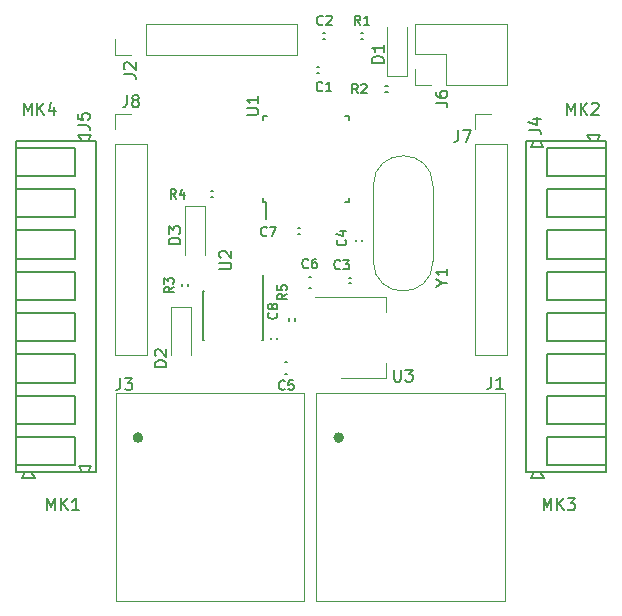
<source format=gto>
G04 #@! TF.GenerationSoftware,KiCad,Pcbnew,5.1.4*
G04 #@! TF.CreationDate,2020-01-09T00:48:13+01:00*
G04 #@! TF.ProjectId,sejf,73656a66-2e6b-4696-9361-645f70636258,rev?*
G04 #@! TF.SameCoordinates,Original*
G04 #@! TF.FileFunction,Legend,Top*
G04 #@! TF.FilePolarity,Positive*
%FSLAX46Y46*%
G04 Gerber Fmt 4.6, Leading zero omitted, Abs format (unit mm)*
G04 Created by KiCad (PCBNEW 5.1.4) date 2020-01-09 00:48:13*
%MOMM*%
%LPD*%
G04 APERTURE LIST*
%ADD10C,0.120000*%
%ADD11C,0.150000*%
%ADD12C,0.500000*%
G04 APERTURE END LIST*
D10*
X123830000Y-74250000D02*
X123830000Y-72920000D01*
X125160000Y-74250000D02*
X123830000Y-74250000D01*
X123830000Y-71650000D02*
X123830000Y-69050000D01*
X126430000Y-71650000D02*
X123830000Y-71650000D01*
X126430000Y-74250000D02*
X126430000Y-71650000D01*
X123830000Y-69050000D02*
X131570000Y-69050000D01*
X126430000Y-74250000D02*
X131570000Y-74250000D01*
X131570000Y-74250000D02*
X131570000Y-69050000D01*
D11*
X116054000Y-70346000D02*
X116196000Y-70346000D01*
X116196000Y-70346000D02*
X116054000Y-70346000D01*
X116054000Y-69854000D02*
X116196000Y-69854000D01*
X116196000Y-69854000D02*
X116054000Y-69854000D01*
X140000000Y-104050000D02*
X135000000Y-104050000D01*
X135000000Y-106450000D02*
X140000000Y-106450000D01*
X135000000Y-104050000D02*
X135000000Y-106450000D01*
X135000000Y-102950000D02*
X140000000Y-102950000D01*
X140000000Y-100550000D02*
X135000000Y-100550000D01*
X135000000Y-100550000D02*
X135000000Y-102950000D01*
X135000000Y-97050000D02*
X135000000Y-99450000D01*
X135000000Y-99450000D02*
X140000000Y-99450000D01*
X140000000Y-97050000D02*
X135000000Y-97050000D01*
X140000000Y-93550000D02*
X135000000Y-93550000D01*
X135000000Y-93550000D02*
X135000000Y-95950000D01*
X135000000Y-95950000D02*
X140000000Y-95950000D01*
X140000000Y-90050000D02*
X135000000Y-90050000D01*
X135000000Y-92450000D02*
X140000000Y-92450000D01*
X135000000Y-90050000D02*
X135000000Y-92450000D01*
X140000000Y-86550000D02*
X135000000Y-86550000D01*
X135000000Y-86550000D02*
X135000000Y-88950000D01*
X135000000Y-88950000D02*
X140000000Y-88950000D01*
X135000000Y-85450000D02*
X140000000Y-85450000D01*
X135000000Y-83050000D02*
X135000000Y-85450000D01*
X140000000Y-83050000D02*
X135000000Y-83050000D01*
X135000000Y-81950000D02*
X140000000Y-81950000D01*
X135000000Y-79550000D02*
X135000000Y-81950000D01*
X140000000Y-79550000D02*
X135000000Y-79550000D01*
X133600000Y-107500000D02*
X133900000Y-107000000D01*
X134700000Y-107500000D02*
X133600000Y-107500000D01*
X134400000Y-107000000D02*
X134700000Y-107500000D01*
X133600000Y-79500000D02*
X133900000Y-79000000D01*
X134650000Y-79500000D02*
X133600000Y-79500000D01*
X134400000Y-79000000D02*
X134650000Y-79500000D01*
X138400000Y-78500000D02*
X138700000Y-79000000D01*
X139500000Y-78500000D02*
X138400000Y-78500000D01*
X139200000Y-79000000D02*
X139500000Y-78500000D01*
X140000000Y-107000000D02*
X140000000Y-79000000D01*
X133200000Y-107000000D02*
X140000000Y-107000000D01*
X133200000Y-79000000D02*
X133200000Y-107000000D01*
X140000000Y-79000000D02*
X133200000Y-79000000D01*
X90000000Y-107000000D02*
X96800000Y-107000000D01*
X96800000Y-107000000D02*
X96800000Y-79000000D01*
X96800000Y-79000000D02*
X90000000Y-79000000D01*
X90000000Y-79000000D02*
X90000000Y-107000000D01*
X90800000Y-107000000D02*
X90500000Y-107500000D01*
X90500000Y-107500000D02*
X91600000Y-107500000D01*
X91600000Y-107500000D02*
X91300000Y-107000000D01*
X95600000Y-107000000D02*
X95350000Y-106500000D01*
X95350000Y-106500000D02*
X96400000Y-106500000D01*
X96400000Y-106500000D02*
X96100000Y-107000000D01*
X95600000Y-79000000D02*
X95300000Y-78500000D01*
X95300000Y-78500000D02*
X96400000Y-78500000D01*
X96400000Y-78500000D02*
X96100000Y-79000000D01*
X90000000Y-106450000D02*
X95000000Y-106450000D01*
X95000000Y-106450000D02*
X95000000Y-104050000D01*
X95000000Y-104050000D02*
X90000000Y-104050000D01*
X90000000Y-102950000D02*
X95000000Y-102950000D01*
X95000000Y-102950000D02*
X95000000Y-100550000D01*
X95000000Y-100550000D02*
X90000000Y-100550000D01*
X95000000Y-97050000D02*
X90000000Y-97050000D01*
X95000000Y-99450000D02*
X95000000Y-97050000D01*
X90000000Y-99450000D02*
X95000000Y-99450000D01*
X95000000Y-95950000D02*
X95000000Y-93550000D01*
X95000000Y-93550000D02*
X90000000Y-93550000D01*
X90000000Y-95950000D02*
X95000000Y-95950000D01*
X95000000Y-90050000D02*
X90000000Y-90050000D01*
X95000000Y-92450000D02*
X95000000Y-90050000D01*
X90000000Y-92450000D02*
X95000000Y-92450000D01*
X90000000Y-88950000D02*
X95000000Y-88950000D01*
X95000000Y-86550000D02*
X90000000Y-86550000D01*
X95000000Y-88950000D02*
X95000000Y-86550000D01*
X95000000Y-85450000D02*
X95000000Y-83050000D01*
X90000000Y-85450000D02*
X95000000Y-85450000D01*
X95000000Y-83050000D02*
X90000000Y-83050000D01*
X95000000Y-81950000D02*
X95000000Y-79550000D01*
X95000000Y-79550000D02*
X90000000Y-79550000D01*
X90000000Y-81950000D02*
X95000000Y-81950000D01*
D10*
X113790000Y-71710000D02*
X113790000Y-69050000D01*
X101030000Y-71710000D02*
X113790000Y-71710000D01*
X101030000Y-69050000D02*
X113790000Y-69050000D01*
X101030000Y-71710000D02*
X101030000Y-69050000D01*
X99760000Y-71710000D02*
X98430000Y-71710000D01*
X98430000Y-71710000D02*
X98430000Y-70380000D01*
D11*
X113929000Y-86846000D02*
X114071000Y-86846000D01*
X114071000Y-86846000D02*
X113929000Y-86846000D01*
X113929000Y-86354000D02*
X114071000Y-86354000D01*
X114071000Y-86354000D02*
X113929000Y-86354000D01*
X111654000Y-95629000D02*
X111654000Y-95771000D01*
X111654000Y-95771000D02*
X111654000Y-95629000D01*
X112146000Y-95629000D02*
X112146000Y-95771000D01*
X112146000Y-95771000D02*
X112146000Y-95629000D01*
D12*
X117545000Y-104100000D02*
G75*
G03X117545000Y-104100000I-200000J0D01*
G01*
D10*
X115445000Y-100300000D02*
X115445000Y-117900000D01*
X131445000Y-100300000D02*
X115445000Y-100300000D01*
X131445000Y-100300000D02*
X131445000Y-117900000D01*
X115445000Y-117900000D02*
X131445000Y-117900000D01*
X98450000Y-117900000D02*
X114450000Y-117900000D01*
X114450000Y-100300000D02*
X114450000Y-117900000D01*
X114450000Y-100300000D02*
X98450000Y-100300000D01*
X98450000Y-100300000D02*
X98450000Y-117900000D01*
D12*
X100550000Y-104100000D02*
G75*
G03X100550000Y-104100000I-200000J0D01*
G01*
D11*
X112829000Y-98671000D02*
X112971000Y-98671000D01*
X112971000Y-98671000D02*
X112829000Y-98671000D01*
X112829000Y-97729000D02*
X112971000Y-97729000D01*
X112971000Y-97729000D02*
X112829000Y-97729000D01*
X114829000Y-91471000D02*
X114971000Y-91471000D01*
X114971000Y-91471000D02*
X114829000Y-91471000D01*
X114829000Y-90529000D02*
X114971000Y-90529000D01*
X114971000Y-90529000D02*
X114829000Y-90529000D01*
X113154000Y-94004000D02*
X113154000Y-94196000D01*
X113154000Y-94196000D02*
X113154000Y-94004000D01*
X113646000Y-94004000D02*
X113646000Y-94196000D01*
X113646000Y-94196000D02*
X113646000Y-94004000D01*
D10*
X121310000Y-99010000D02*
X121310000Y-97750000D01*
X121310000Y-92190000D02*
X121310000Y-93450000D01*
X117550000Y-99010000D02*
X121310000Y-99010000D01*
X115300000Y-92190000D02*
X121310000Y-92190000D01*
X128910000Y-76670000D02*
X130240000Y-76670000D01*
X128910000Y-78000000D02*
X128910000Y-76670000D01*
X128910000Y-79270000D02*
X131570000Y-79270000D01*
X131570000Y-79270000D02*
X131570000Y-97110000D01*
X128910000Y-79270000D02*
X128910000Y-97110000D01*
X128910000Y-97110000D02*
X131570000Y-97110000D01*
X98430000Y-97110000D02*
X101090000Y-97110000D01*
X98430000Y-79270000D02*
X98430000Y-97110000D01*
X101090000Y-79270000D02*
X101090000Y-97110000D01*
X98430000Y-79270000D02*
X101090000Y-79270000D01*
X98430000Y-78000000D02*
X98430000Y-76670000D01*
X98430000Y-76670000D02*
X99760000Y-76670000D01*
X120275000Y-89160000D02*
X120275000Y-82760000D01*
X125325000Y-89160000D02*
X125325000Y-82760000D01*
X125325000Y-89160000D02*
G75*
G02X120275000Y-89160000I-2525000J0D01*
G01*
X125325000Y-82760000D02*
G75*
G03X120275000Y-82760000I-2525000J0D01*
G01*
D11*
X115529000Y-73246000D02*
X115671000Y-73246000D01*
X115671000Y-73246000D02*
X115529000Y-73246000D01*
X115529000Y-72754000D02*
X115671000Y-72754000D01*
X115671000Y-72754000D02*
X115529000Y-72754000D01*
X118229000Y-91046000D02*
X118371000Y-91046000D01*
X118371000Y-91046000D02*
X118229000Y-91046000D01*
X118229000Y-90554000D02*
X118371000Y-90554000D01*
X118371000Y-90554000D02*
X118229000Y-90554000D01*
X118854000Y-87329000D02*
X118854000Y-87471000D01*
X118854000Y-87471000D02*
X118854000Y-87329000D01*
X119346000Y-87329000D02*
X119346000Y-87471000D01*
X119346000Y-87471000D02*
X119346000Y-87329000D01*
X119229000Y-70346000D02*
X119421000Y-70346000D01*
X119421000Y-70346000D02*
X119229000Y-70346000D01*
X119229000Y-69854000D02*
X119421000Y-69854000D01*
X119421000Y-69854000D02*
X119229000Y-69854000D01*
X106504000Y-83746000D02*
X106696000Y-83746000D01*
X106696000Y-83746000D02*
X106504000Y-83746000D01*
X106504000Y-83254000D02*
X106696000Y-83254000D01*
X106696000Y-83254000D02*
X106504000Y-83254000D01*
X121496000Y-74354000D02*
X121304000Y-74354000D01*
X121304000Y-74354000D02*
X121496000Y-74354000D01*
X121496000Y-74846000D02*
X121304000Y-74846000D01*
X121304000Y-74846000D02*
X121496000Y-74846000D01*
X104546000Y-91296000D02*
X104546000Y-91104000D01*
X104546000Y-91104000D02*
X104546000Y-91296000D01*
X104054000Y-91296000D02*
X104054000Y-91104000D01*
X104054000Y-91104000D02*
X104054000Y-91296000D01*
X110975000Y-84125000D02*
X111200000Y-84125000D01*
X110975000Y-76875000D02*
X111300000Y-76875000D01*
X118225000Y-76875000D02*
X117900000Y-76875000D01*
X118225000Y-84125000D02*
X117900000Y-84125000D01*
X110975000Y-84125000D02*
X110975000Y-83800000D01*
X118225000Y-84125000D02*
X118225000Y-83800000D01*
X118225000Y-76875000D02*
X118225000Y-77200000D01*
X110975000Y-76875000D02*
X110975000Y-77200000D01*
X111200000Y-84125000D02*
X111200000Y-85550000D01*
X110975000Y-91725000D02*
X110925000Y-91725000D01*
X110975000Y-95875000D02*
X110830000Y-95875000D01*
X105825000Y-95875000D02*
X105970000Y-95875000D01*
X105825000Y-91725000D02*
X105970000Y-91725000D01*
X110975000Y-91725000D02*
X110975000Y-95875000D01*
X105825000Y-91725000D02*
X105825000Y-95875000D01*
X110925000Y-91725000D02*
X110925000Y-90325000D01*
D10*
X121425000Y-73425000D02*
X121425000Y-69375000D01*
X123125000Y-73425000D02*
X123125000Y-69375000D01*
X121425000Y-73475000D02*
X123125000Y-73475000D01*
X104850000Y-93050000D02*
X104850000Y-97100000D01*
X103150000Y-93050000D02*
X103150000Y-97100000D01*
X104850000Y-93000000D02*
X103150000Y-93000000D01*
X106050000Y-84500000D02*
X104350000Y-84500000D01*
X104350000Y-84550000D02*
X104350000Y-88600000D01*
X106050000Y-84550000D02*
X106050000Y-88600000D01*
D11*
X125552380Y-75733333D02*
X126266666Y-75733333D01*
X126409523Y-75780952D01*
X126504761Y-75876190D01*
X126552380Y-76019047D01*
X126552380Y-76114285D01*
X125552380Y-74828571D02*
X125552380Y-75019047D01*
X125600000Y-75114285D01*
X125647619Y-75161904D01*
X125790476Y-75257142D01*
X125980952Y-75304761D01*
X126361904Y-75304761D01*
X126457142Y-75257142D01*
X126504761Y-75209523D01*
X126552380Y-75114285D01*
X126552380Y-74923809D01*
X126504761Y-74828571D01*
X126457142Y-74780952D01*
X126361904Y-74733333D01*
X126123809Y-74733333D01*
X126028571Y-74780952D01*
X125980952Y-74828571D01*
X125933333Y-74923809D01*
X125933333Y-75114285D01*
X125980952Y-75209523D01*
X126028571Y-75257142D01*
X126123809Y-75304761D01*
X115991666Y-69085714D02*
X115953571Y-69123809D01*
X115839285Y-69161904D01*
X115763095Y-69161904D01*
X115648809Y-69123809D01*
X115572619Y-69047619D01*
X115534523Y-68971428D01*
X115496428Y-68819047D01*
X115496428Y-68704761D01*
X115534523Y-68552380D01*
X115572619Y-68476190D01*
X115648809Y-68400000D01*
X115763095Y-68361904D01*
X115839285Y-68361904D01*
X115953571Y-68400000D01*
X115991666Y-68438095D01*
X116296428Y-68438095D02*
X116334523Y-68400000D01*
X116410714Y-68361904D01*
X116601190Y-68361904D01*
X116677380Y-68400000D01*
X116715476Y-68438095D01*
X116753571Y-68514285D01*
X116753571Y-68590476D01*
X116715476Y-68704761D01*
X116258333Y-69161904D01*
X116753571Y-69161904D01*
X133452380Y-78033333D02*
X134166666Y-78033333D01*
X134309523Y-78080952D01*
X134404761Y-78176190D01*
X134452380Y-78319047D01*
X134452380Y-78414285D01*
X133785714Y-77128571D02*
X134452380Y-77128571D01*
X133404761Y-77366666D02*
X134119047Y-77604761D01*
X134119047Y-76985714D01*
X95252380Y-77633333D02*
X95966666Y-77633333D01*
X96109523Y-77680952D01*
X96204761Y-77776190D01*
X96252380Y-77919047D01*
X96252380Y-78014285D01*
X95252380Y-76680952D02*
X95252380Y-77157142D01*
X95728571Y-77204761D01*
X95680952Y-77157142D01*
X95633333Y-77061904D01*
X95633333Y-76823809D01*
X95680952Y-76728571D01*
X95728571Y-76680952D01*
X95823809Y-76633333D01*
X96061904Y-76633333D01*
X96157142Y-76680952D01*
X96204761Y-76728571D01*
X96252380Y-76823809D01*
X96252380Y-77061904D01*
X96204761Y-77157142D01*
X96157142Y-77204761D01*
X99152380Y-73333333D02*
X99866666Y-73333333D01*
X100009523Y-73380952D01*
X100104761Y-73476190D01*
X100152380Y-73619047D01*
X100152380Y-73714285D01*
X99247619Y-72904761D02*
X99200000Y-72857142D01*
X99152380Y-72761904D01*
X99152380Y-72523809D01*
X99200000Y-72428571D01*
X99247619Y-72380952D01*
X99342857Y-72333333D01*
X99438095Y-72333333D01*
X99580952Y-72380952D01*
X100152380Y-72952380D01*
X100152380Y-72333333D01*
X111266666Y-86985714D02*
X111228571Y-87023809D01*
X111114285Y-87061904D01*
X111038095Y-87061904D01*
X110923809Y-87023809D01*
X110847619Y-86947619D01*
X110809523Y-86871428D01*
X110771428Y-86719047D01*
X110771428Y-86604761D01*
X110809523Y-86452380D01*
X110847619Y-86376190D01*
X110923809Y-86300000D01*
X111038095Y-86261904D01*
X111114285Y-86261904D01*
X111228571Y-86300000D01*
X111266666Y-86338095D01*
X111533333Y-86261904D02*
X112066666Y-86261904D01*
X111723809Y-87061904D01*
X112085714Y-93533333D02*
X112123809Y-93571428D01*
X112161904Y-93685714D01*
X112161904Y-93761904D01*
X112123809Y-93876190D01*
X112047619Y-93952380D01*
X111971428Y-93990476D01*
X111819047Y-94028571D01*
X111704761Y-94028571D01*
X111552380Y-93990476D01*
X111476190Y-93952380D01*
X111400000Y-93876190D01*
X111361904Y-93761904D01*
X111361904Y-93685714D01*
X111400000Y-93571428D01*
X111438095Y-93533333D01*
X111704761Y-93076190D02*
X111666666Y-93152380D01*
X111628571Y-93190476D01*
X111552380Y-93228571D01*
X111514285Y-93228571D01*
X111438095Y-93190476D01*
X111400000Y-93152380D01*
X111361904Y-93076190D01*
X111361904Y-92923809D01*
X111400000Y-92847619D01*
X111438095Y-92809523D01*
X111514285Y-92771428D01*
X111552380Y-92771428D01*
X111628571Y-92809523D01*
X111666666Y-92847619D01*
X111704761Y-92923809D01*
X111704761Y-93076190D01*
X111742857Y-93152380D01*
X111780952Y-93190476D01*
X111857142Y-93228571D01*
X112009523Y-93228571D01*
X112085714Y-93190476D01*
X112123809Y-93152380D01*
X112161904Y-93076190D01*
X112161904Y-92923809D01*
X112123809Y-92847619D01*
X112085714Y-92809523D01*
X112009523Y-92771428D01*
X111857142Y-92771428D01*
X111780952Y-92809523D01*
X111742857Y-92847619D01*
X111704761Y-92923809D01*
X130266666Y-98952380D02*
X130266666Y-99666666D01*
X130219047Y-99809523D01*
X130123809Y-99904761D01*
X129980952Y-99952380D01*
X129885714Y-99952380D01*
X131266666Y-99952380D02*
X130695238Y-99952380D01*
X130980952Y-99952380D02*
X130980952Y-98952380D01*
X130885714Y-99095238D01*
X130790476Y-99190476D01*
X130695238Y-99238095D01*
X98866666Y-99052380D02*
X98866666Y-99766666D01*
X98819047Y-99909523D01*
X98723809Y-100004761D01*
X98580952Y-100052380D01*
X98485714Y-100052380D01*
X99247619Y-99052380D02*
X99866666Y-99052380D01*
X99533333Y-99433333D01*
X99676190Y-99433333D01*
X99771428Y-99480952D01*
X99819047Y-99528571D01*
X99866666Y-99623809D01*
X99866666Y-99861904D01*
X99819047Y-99957142D01*
X99771428Y-100004761D01*
X99676190Y-100052380D01*
X99390476Y-100052380D01*
X99295238Y-100004761D01*
X99247619Y-99957142D01*
X112766666Y-99985714D02*
X112728571Y-100023809D01*
X112614285Y-100061904D01*
X112538095Y-100061904D01*
X112423809Y-100023809D01*
X112347619Y-99947619D01*
X112309523Y-99871428D01*
X112271428Y-99719047D01*
X112271428Y-99604761D01*
X112309523Y-99452380D01*
X112347619Y-99376190D01*
X112423809Y-99300000D01*
X112538095Y-99261904D01*
X112614285Y-99261904D01*
X112728571Y-99300000D01*
X112766666Y-99338095D01*
X113490476Y-99261904D02*
X113109523Y-99261904D01*
X113071428Y-99642857D01*
X113109523Y-99604761D01*
X113185714Y-99566666D01*
X113376190Y-99566666D01*
X113452380Y-99604761D01*
X113490476Y-99642857D01*
X113528571Y-99719047D01*
X113528571Y-99909523D01*
X113490476Y-99985714D01*
X113452380Y-100023809D01*
X113376190Y-100061904D01*
X113185714Y-100061904D01*
X113109523Y-100023809D01*
X113071428Y-99985714D01*
X114766666Y-89685714D02*
X114728571Y-89723809D01*
X114614285Y-89761904D01*
X114538095Y-89761904D01*
X114423809Y-89723809D01*
X114347619Y-89647619D01*
X114309523Y-89571428D01*
X114271428Y-89419047D01*
X114271428Y-89304761D01*
X114309523Y-89152380D01*
X114347619Y-89076190D01*
X114423809Y-89000000D01*
X114538095Y-88961904D01*
X114614285Y-88961904D01*
X114728571Y-89000000D01*
X114766666Y-89038095D01*
X115452380Y-88961904D02*
X115300000Y-88961904D01*
X115223809Y-89000000D01*
X115185714Y-89038095D01*
X115109523Y-89152380D01*
X115071428Y-89304761D01*
X115071428Y-89609523D01*
X115109523Y-89685714D01*
X115147619Y-89723809D01*
X115223809Y-89761904D01*
X115376190Y-89761904D01*
X115452380Y-89723809D01*
X115490476Y-89685714D01*
X115528571Y-89609523D01*
X115528571Y-89419047D01*
X115490476Y-89342857D01*
X115452380Y-89304761D01*
X115376190Y-89266666D01*
X115223809Y-89266666D01*
X115147619Y-89304761D01*
X115109523Y-89342857D01*
X115071428Y-89419047D01*
X112961904Y-91933333D02*
X112580952Y-92200000D01*
X112961904Y-92390476D02*
X112161904Y-92390476D01*
X112161904Y-92085714D01*
X112200000Y-92009523D01*
X112238095Y-91971428D01*
X112314285Y-91933333D01*
X112428571Y-91933333D01*
X112504761Y-91971428D01*
X112542857Y-92009523D01*
X112580952Y-92085714D01*
X112580952Y-92390476D01*
X112161904Y-91209523D02*
X112161904Y-91590476D01*
X112542857Y-91628571D01*
X112504761Y-91590476D01*
X112466666Y-91514285D01*
X112466666Y-91323809D01*
X112504761Y-91247619D01*
X112542857Y-91209523D01*
X112619047Y-91171428D01*
X112809523Y-91171428D01*
X112885714Y-91209523D01*
X112923809Y-91247619D01*
X112961904Y-91323809D01*
X112961904Y-91514285D01*
X112923809Y-91590476D01*
X112885714Y-91628571D01*
X122038095Y-98352380D02*
X122038095Y-99161904D01*
X122085714Y-99257142D01*
X122133333Y-99304761D01*
X122228571Y-99352380D01*
X122419047Y-99352380D01*
X122514285Y-99304761D01*
X122561904Y-99257142D01*
X122609523Y-99161904D01*
X122609523Y-98352380D01*
X122990476Y-98352380D02*
X123609523Y-98352380D01*
X123276190Y-98733333D01*
X123419047Y-98733333D01*
X123514285Y-98780952D01*
X123561904Y-98828571D01*
X123609523Y-98923809D01*
X123609523Y-99161904D01*
X123561904Y-99257142D01*
X123514285Y-99304761D01*
X123419047Y-99352380D01*
X123133333Y-99352380D01*
X123038095Y-99304761D01*
X122990476Y-99257142D01*
X127466666Y-78052380D02*
X127466666Y-78766666D01*
X127419047Y-78909523D01*
X127323809Y-79004761D01*
X127180952Y-79052380D01*
X127085714Y-79052380D01*
X127847619Y-78052380D02*
X128514285Y-78052380D01*
X128085714Y-79052380D01*
X99426666Y-75122380D02*
X99426666Y-75836666D01*
X99379047Y-75979523D01*
X99283809Y-76074761D01*
X99140952Y-76122380D01*
X99045714Y-76122380D01*
X100045714Y-75550952D02*
X99950476Y-75503333D01*
X99902857Y-75455714D01*
X99855238Y-75360476D01*
X99855238Y-75312857D01*
X99902857Y-75217619D01*
X99950476Y-75170000D01*
X100045714Y-75122380D01*
X100236190Y-75122380D01*
X100331428Y-75170000D01*
X100379047Y-75217619D01*
X100426666Y-75312857D01*
X100426666Y-75360476D01*
X100379047Y-75455714D01*
X100331428Y-75503333D01*
X100236190Y-75550952D01*
X100045714Y-75550952D01*
X99950476Y-75598571D01*
X99902857Y-75646190D01*
X99855238Y-75741428D01*
X99855238Y-75931904D01*
X99902857Y-76027142D01*
X99950476Y-76074761D01*
X100045714Y-76122380D01*
X100236190Y-76122380D01*
X100331428Y-76074761D01*
X100379047Y-76027142D01*
X100426666Y-75931904D01*
X100426666Y-75741428D01*
X100379047Y-75646190D01*
X100331428Y-75598571D01*
X100236190Y-75550952D01*
X134690476Y-110252380D02*
X134690476Y-109252380D01*
X135023809Y-109966666D01*
X135357142Y-109252380D01*
X135357142Y-110252380D01*
X135833333Y-110252380D02*
X135833333Y-109252380D01*
X136404761Y-110252380D02*
X135976190Y-109680952D01*
X136404761Y-109252380D02*
X135833333Y-109823809D01*
X136738095Y-109252380D02*
X137357142Y-109252380D01*
X137023809Y-109633333D01*
X137166666Y-109633333D01*
X137261904Y-109680952D01*
X137309523Y-109728571D01*
X137357142Y-109823809D01*
X137357142Y-110061904D01*
X137309523Y-110157142D01*
X137261904Y-110204761D01*
X137166666Y-110252380D01*
X136880952Y-110252380D01*
X136785714Y-110204761D01*
X136738095Y-110157142D01*
X136690476Y-76752380D02*
X136690476Y-75752380D01*
X137023809Y-76466666D01*
X137357142Y-75752380D01*
X137357142Y-76752380D01*
X137833333Y-76752380D02*
X137833333Y-75752380D01*
X138404761Y-76752380D02*
X137976190Y-76180952D01*
X138404761Y-75752380D02*
X137833333Y-76323809D01*
X138785714Y-75847619D02*
X138833333Y-75800000D01*
X138928571Y-75752380D01*
X139166666Y-75752380D01*
X139261904Y-75800000D01*
X139309523Y-75847619D01*
X139357142Y-75942857D01*
X139357142Y-76038095D01*
X139309523Y-76180952D01*
X138738095Y-76752380D01*
X139357142Y-76752380D01*
X92690476Y-110252380D02*
X92690476Y-109252380D01*
X93023809Y-109966666D01*
X93357142Y-109252380D01*
X93357142Y-110252380D01*
X93833333Y-110252380D02*
X93833333Y-109252380D01*
X94404761Y-110252380D02*
X93976190Y-109680952D01*
X94404761Y-109252380D02*
X93833333Y-109823809D01*
X95357142Y-110252380D02*
X94785714Y-110252380D01*
X95071428Y-110252380D02*
X95071428Y-109252380D01*
X94976190Y-109395238D01*
X94880952Y-109490476D01*
X94785714Y-109538095D01*
X90690476Y-76752380D02*
X90690476Y-75752380D01*
X91023809Y-76466666D01*
X91357142Y-75752380D01*
X91357142Y-76752380D01*
X91833333Y-76752380D02*
X91833333Y-75752380D01*
X92404761Y-76752380D02*
X91976190Y-76180952D01*
X92404761Y-75752380D02*
X91833333Y-76323809D01*
X93261904Y-76085714D02*
X93261904Y-76752380D01*
X93023809Y-75704761D02*
X92785714Y-76419047D01*
X93404761Y-76419047D01*
X126076190Y-90976190D02*
X126552380Y-90976190D01*
X125552380Y-91309523D02*
X126076190Y-90976190D01*
X125552380Y-90642857D01*
X126552380Y-89785714D02*
X126552380Y-90357142D01*
X126552380Y-90071428D02*
X125552380Y-90071428D01*
X125695238Y-90166666D01*
X125790476Y-90261904D01*
X125838095Y-90357142D01*
X115966666Y-74685714D02*
X115928571Y-74723809D01*
X115814285Y-74761904D01*
X115738095Y-74761904D01*
X115623809Y-74723809D01*
X115547619Y-74647619D01*
X115509523Y-74571428D01*
X115471428Y-74419047D01*
X115471428Y-74304761D01*
X115509523Y-74152380D01*
X115547619Y-74076190D01*
X115623809Y-74000000D01*
X115738095Y-73961904D01*
X115814285Y-73961904D01*
X115928571Y-74000000D01*
X115966666Y-74038095D01*
X116728571Y-74761904D02*
X116271428Y-74761904D01*
X116500000Y-74761904D02*
X116500000Y-73961904D01*
X116423809Y-74076190D01*
X116347619Y-74152380D01*
X116271428Y-74190476D01*
X117466666Y-89785714D02*
X117428571Y-89823809D01*
X117314285Y-89861904D01*
X117238095Y-89861904D01*
X117123809Y-89823809D01*
X117047619Y-89747619D01*
X117009523Y-89671428D01*
X116971428Y-89519047D01*
X116971428Y-89404761D01*
X117009523Y-89252380D01*
X117047619Y-89176190D01*
X117123809Y-89100000D01*
X117238095Y-89061904D01*
X117314285Y-89061904D01*
X117428571Y-89100000D01*
X117466666Y-89138095D01*
X117733333Y-89061904D02*
X118228571Y-89061904D01*
X117961904Y-89366666D01*
X118076190Y-89366666D01*
X118152380Y-89404761D01*
X118190476Y-89442857D01*
X118228571Y-89519047D01*
X118228571Y-89709523D01*
X118190476Y-89785714D01*
X118152380Y-89823809D01*
X118076190Y-89861904D01*
X117847619Y-89861904D01*
X117771428Y-89823809D01*
X117733333Y-89785714D01*
X117885714Y-87333333D02*
X117923809Y-87371428D01*
X117961904Y-87485714D01*
X117961904Y-87561904D01*
X117923809Y-87676190D01*
X117847619Y-87752380D01*
X117771428Y-87790476D01*
X117619047Y-87828571D01*
X117504761Y-87828571D01*
X117352380Y-87790476D01*
X117276190Y-87752380D01*
X117200000Y-87676190D01*
X117161904Y-87561904D01*
X117161904Y-87485714D01*
X117200000Y-87371428D01*
X117238095Y-87333333D01*
X117428571Y-86647619D02*
X117961904Y-86647619D01*
X117123809Y-86838095D02*
X117695238Y-87028571D01*
X117695238Y-86533333D01*
X119191666Y-69161904D02*
X118925000Y-68780952D01*
X118734523Y-69161904D02*
X118734523Y-68361904D01*
X119039285Y-68361904D01*
X119115476Y-68400000D01*
X119153571Y-68438095D01*
X119191666Y-68514285D01*
X119191666Y-68628571D01*
X119153571Y-68704761D01*
X119115476Y-68742857D01*
X119039285Y-68780952D01*
X118734523Y-68780952D01*
X119953571Y-69161904D02*
X119496428Y-69161904D01*
X119725000Y-69161904D02*
X119725000Y-68361904D01*
X119648809Y-68476190D01*
X119572619Y-68552380D01*
X119496428Y-68590476D01*
X103566666Y-83861904D02*
X103300000Y-83480952D01*
X103109523Y-83861904D02*
X103109523Y-83061904D01*
X103414285Y-83061904D01*
X103490476Y-83100000D01*
X103528571Y-83138095D01*
X103566666Y-83214285D01*
X103566666Y-83328571D01*
X103528571Y-83404761D01*
X103490476Y-83442857D01*
X103414285Y-83480952D01*
X103109523Y-83480952D01*
X104252380Y-83328571D02*
X104252380Y-83861904D01*
X104061904Y-83023809D02*
X103871428Y-83595238D01*
X104366666Y-83595238D01*
X118966666Y-74961904D02*
X118700000Y-74580952D01*
X118509523Y-74961904D02*
X118509523Y-74161904D01*
X118814285Y-74161904D01*
X118890476Y-74200000D01*
X118928571Y-74238095D01*
X118966666Y-74314285D01*
X118966666Y-74428571D01*
X118928571Y-74504761D01*
X118890476Y-74542857D01*
X118814285Y-74580952D01*
X118509523Y-74580952D01*
X119271428Y-74238095D02*
X119309523Y-74200000D01*
X119385714Y-74161904D01*
X119576190Y-74161904D01*
X119652380Y-74200000D01*
X119690476Y-74238095D01*
X119728571Y-74314285D01*
X119728571Y-74390476D01*
X119690476Y-74504761D01*
X119233333Y-74961904D01*
X119728571Y-74961904D01*
X103361904Y-91333333D02*
X102980952Y-91600000D01*
X103361904Y-91790476D02*
X102561904Y-91790476D01*
X102561904Y-91485714D01*
X102600000Y-91409523D01*
X102638095Y-91371428D01*
X102714285Y-91333333D01*
X102828571Y-91333333D01*
X102904761Y-91371428D01*
X102942857Y-91409523D01*
X102980952Y-91485714D01*
X102980952Y-91790476D01*
X102561904Y-91066666D02*
X102561904Y-90571428D01*
X102866666Y-90838095D01*
X102866666Y-90723809D01*
X102904761Y-90647619D01*
X102942857Y-90609523D01*
X103019047Y-90571428D01*
X103209523Y-90571428D01*
X103285714Y-90609523D01*
X103323809Y-90647619D01*
X103361904Y-90723809D01*
X103361904Y-90952380D01*
X103323809Y-91028571D01*
X103285714Y-91066666D01*
X109552380Y-76761904D02*
X110361904Y-76761904D01*
X110457142Y-76714285D01*
X110504761Y-76666666D01*
X110552380Y-76571428D01*
X110552380Y-76380952D01*
X110504761Y-76285714D01*
X110457142Y-76238095D01*
X110361904Y-76190476D01*
X109552380Y-76190476D01*
X110552380Y-75190476D02*
X110552380Y-75761904D01*
X110552380Y-75476190D02*
X109552380Y-75476190D01*
X109695238Y-75571428D01*
X109790476Y-75666666D01*
X109838095Y-75761904D01*
X107252380Y-89861904D02*
X108061904Y-89861904D01*
X108157142Y-89814285D01*
X108204761Y-89766666D01*
X108252380Y-89671428D01*
X108252380Y-89480952D01*
X108204761Y-89385714D01*
X108157142Y-89338095D01*
X108061904Y-89290476D01*
X107252380Y-89290476D01*
X107347619Y-88861904D02*
X107300000Y-88814285D01*
X107252380Y-88719047D01*
X107252380Y-88480952D01*
X107300000Y-88385714D01*
X107347619Y-88338095D01*
X107442857Y-88290476D01*
X107538095Y-88290476D01*
X107680952Y-88338095D01*
X108252380Y-88909523D01*
X108252380Y-88290476D01*
X121152380Y-72363095D02*
X120152380Y-72363095D01*
X120152380Y-72125000D01*
X120200000Y-71982142D01*
X120295238Y-71886904D01*
X120390476Y-71839285D01*
X120580952Y-71791666D01*
X120723809Y-71791666D01*
X120914285Y-71839285D01*
X121009523Y-71886904D01*
X121104761Y-71982142D01*
X121152380Y-72125000D01*
X121152380Y-72363095D01*
X121152380Y-70839285D02*
X121152380Y-71410714D01*
X121152380Y-71125000D02*
X120152380Y-71125000D01*
X120295238Y-71220238D01*
X120390476Y-71315476D01*
X120438095Y-71410714D01*
X102752380Y-98138095D02*
X101752380Y-98138095D01*
X101752380Y-97900000D01*
X101800000Y-97757142D01*
X101895238Y-97661904D01*
X101990476Y-97614285D01*
X102180952Y-97566666D01*
X102323809Y-97566666D01*
X102514285Y-97614285D01*
X102609523Y-97661904D01*
X102704761Y-97757142D01*
X102752380Y-97900000D01*
X102752380Y-98138095D01*
X101847619Y-97185714D02*
X101800000Y-97138095D01*
X101752380Y-97042857D01*
X101752380Y-96804761D01*
X101800000Y-96709523D01*
X101847619Y-96661904D01*
X101942857Y-96614285D01*
X102038095Y-96614285D01*
X102180952Y-96661904D01*
X102752380Y-97233333D01*
X102752380Y-96614285D01*
X103952380Y-87738095D02*
X102952380Y-87738095D01*
X102952380Y-87500000D01*
X103000000Y-87357142D01*
X103095238Y-87261904D01*
X103190476Y-87214285D01*
X103380952Y-87166666D01*
X103523809Y-87166666D01*
X103714285Y-87214285D01*
X103809523Y-87261904D01*
X103904761Y-87357142D01*
X103952380Y-87500000D01*
X103952380Y-87738095D01*
X102952380Y-86833333D02*
X102952380Y-86214285D01*
X103333333Y-86547619D01*
X103333333Y-86404761D01*
X103380952Y-86309523D01*
X103428571Y-86261904D01*
X103523809Y-86214285D01*
X103761904Y-86214285D01*
X103857142Y-86261904D01*
X103904761Y-86309523D01*
X103952380Y-86404761D01*
X103952380Y-86690476D01*
X103904761Y-86785714D01*
X103857142Y-86833333D01*
M02*

</source>
